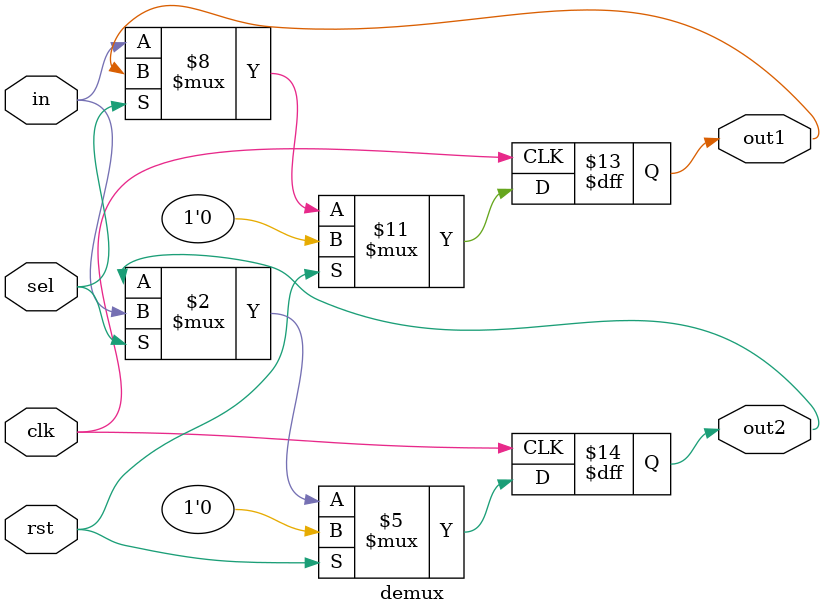
<source format=v>

module demux(out1,out2,sel,in,rst,clk); 
  
  input wire in;
  input sel,rst,clk;
  output reg out1,out2;
  
  always@(posedge clk)begin
  if(rst)begin
  out1 <= 0;
  out2 <= 0;
  end else begin
   case(sel)
   0 : out1 <= in;
  1 : out2 <= in;
  endcase
  
  end
  
  
  end
  
  endmodule

</source>
